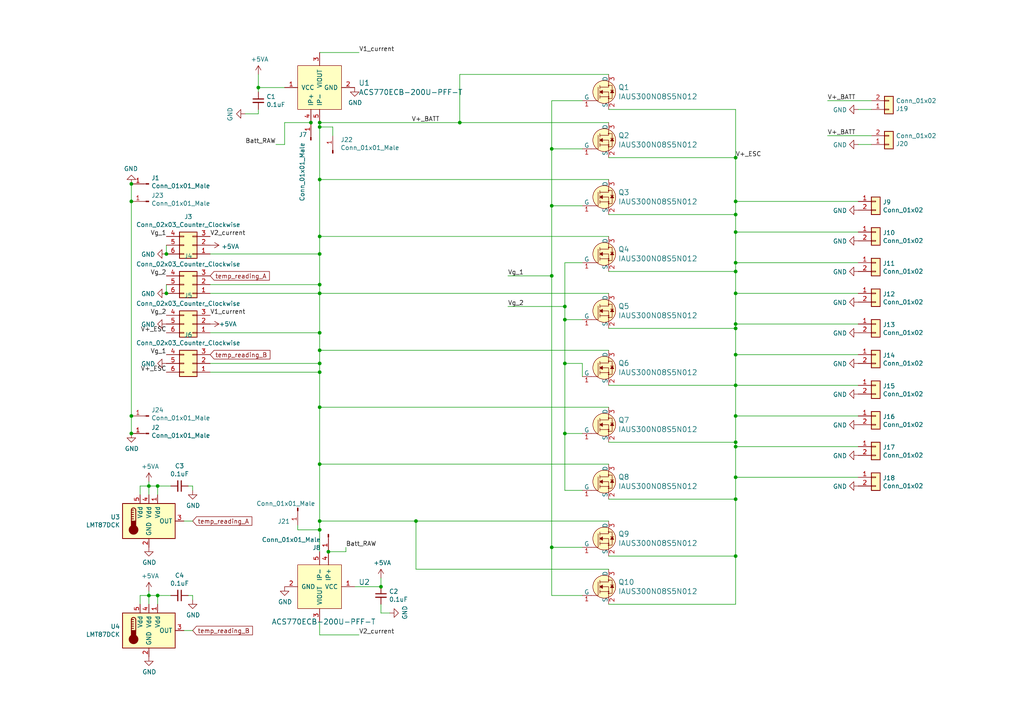
<source format=kicad_sch>
(kicad_sch (version 20231120) (generator "eeschema") (generator_version "8.0")
  (paper "A4")
  (title_block (title "PDB") (date "2021-10-24") (rev "1.1") (company "NCSU - AERPAW") (comment 1 "Author: Mark Funderburk"))
  (lib_symbols
    (symbol "Connector_Generic:Conn_01x02" (pin_names (offset 1.016) hide)
      (property "Reference" "J" (at 0 2.54 0))
      (property "Value" "Conn_01x02" (at 0 -5.08 0))
      (symbol "Conn_01x02_1_1"
        (rectangle (start -1.27 -2.413) (end 0 -2.667) (stroke (width 0.1524)))
        (rectangle (start -1.27 0.127) (end 0 -0.127) (stroke (width 0.1524)))
        (rectangle (start -1.27 1.27) (end 1.27 -3.81) (stroke (width 0.254)) (fill (type background)))
        (pin passive line (at -5.08 0 0) (length 3.81) (name "Pin_1") (number "1"))
        (pin passive line (at -5.08 -2.54 0) (length 3.81) (name "Pin_2") (number "2"))
      )
    )
    (symbol "Connector_Generic:Conn_02x03_Counter_Clockwise" (pin_names (offset 1.016) hide)
      (property "Reference" "J" (at 1.27 5.08 0))
      (property "Value" "Conn_02x03_Counter_Clockwise" (at 1.27 -5.08 0))
      (symbol "Conn_02x03_Counter_Clockwise_1_1"
        (rectangle (start -1.27 -2.413) (end 0 -2.667) (stroke (width 0.1524)))
        (rectangle (start -1.27 0.127) (end 0 -0.127) (stroke (width 0.1524)))
        (rectangle (start -1.27 2.667) (end 0 2.413) (stroke (width 0.1524)))
        (rectangle (start -1.27 3.81) (end 3.81 -3.81) (stroke (width 0.254)) (fill (type background)))
        (rectangle (start 3.81 -2.413) (end 2.54 -2.667) (stroke (width 0.1524)))
        (rectangle (start 3.81 0.127) (end 2.54 -0.127) (stroke (width 0.1524)))
        (rectangle (start 3.81 2.667) (end 2.54 2.413) (stroke (width 0.1524)))
        (pin passive line (at -5.08 2.54 0) (length 3.81) (name "Pin_1") (number "1"))
        (pin passive line (at -5.08 0 0) (length 3.81) (name "Pin_2") (number "2"))
        (pin passive line (at -5.08 -2.54 0) (length 3.81) (name "Pin_3") (number "3"))
        (pin passive line (at 7.62 -2.54 180) (length 3.81) (name "Pin_4") (number "4"))
        (pin passive line (at 7.62 0 180) (length 3.81) (name "Pin_5") (number "5"))
        (pin passive line (at 7.62 2.54 180) (length 3.81) (name "Pin_6") (number "6"))
      )
    )
    (symbol "Device:C_Small" (pin_numbers hide) (pin_names (offset 0.254) hide)
      (property "Reference" "C" (at 0.254 1.778 0))
      (property "Value" "C_Small" (at 0.254 -2.032 0))
      (symbol "C_Small_0_1"
        (polyline (pts (xy -1.524 -0.508) (xy 1.524 -0.508)) (stroke (width 0.3302)))
        (polyline (pts (xy -1.524 0.508) (xy 1.524 0.508)) (stroke (width 0.3048)))
      )
      (symbol "C_Small_1_1"
        (pin passive line (at 0 2.54 270) (length 2.032) (name "~") (number "1"))
        (pin passive line (at 0 -2.54 90) (length 2.032) (name "~") (number "2"))
      )
    )
    (symbol "PDB-rescue:+5VA-power" (power) (pin_names (offset 0))
      (property "Value" "power_+5VA" (at 0 3.556 0))
      (symbol "+5VA-power_0_1"
        (polyline (pts (xy -0.762 1.27) (xy 0 2.54)))
        (polyline (pts (xy 0 0) (xy 0 2.54)))
        (polyline (pts (xy 0 2.54) (xy 0.762 1.27)))
      )
      (symbol "+5VA-power_1_1"
        (pin power_in line (at 0 0 90) (length 0) hide (name "+5VA") (number "1"))
      )
    )
    (symbol "PDB-rescue:ACS770ECB-200U-PFF-T-dk_Current-Sensors" (pin_names (offset 1.016))
      (property "Reference" "U" (at -6.35 7.62 0))
      (property "Value" "ACS770ECB-200U-PFF-T-dk_Current-Sensors" (at 1.27 -7.62 0))
      (symbol "ACS770ECB-200U-PFF-T-dk_Current-Sensors_1_1"
        (rectangle (start -6.35 6.35) (end 6.35 -6.35) (fill (type background)))
        (pin power_in line (at 0 10.16 270) (length 3.81) (name "VCC") (number "1"))
        (pin power_in line (at 0 -10.16 90) (length 3.81) (name "GND") (number "2"))
        (pin output line (at 10.16 0 180) (length 3.81) (name "VIOUT") (number "3"))
        (pin input line (at -10.16 2.54 0) (length 3.81) (name "IP+") (number "4"))
        (pin input line (at -10.16 0 0) (length 3.81) (name "IP-") (number "5"))
      )
    )
    (symbol "PDB-rescue:Conn_01x01_Male-Connector" (pin_names (offset 1.016) hide)
      (property "Reference" "J" (at 0 2.54 0))
      (property "Value" "Connector_Conn_01x01_Male" (at 0 -2.54 0))
      (symbol "Conn_01x01_Male-Connector_1_1"
        (polyline (pts (xy 1.27 0) (xy 0.8636 0)) (stroke (width 0.1524)))
        (rectangle (start 0.8636 0.127) (end 0 -0.127) (stroke (width 0.1524)) (fill (type outline)))
        (pin passive line (at 5.08 0 180) (length 3.81) (name "Pin_1") (number "1"))
      )
    )
    (symbol "PDB-rescue:GND-power" (power) (pin_names (offset 0))
      (property "Value" "power_GND" (at 0 -3.81 0))
      (symbol "GND-power_0_1"
        (polyline (pts (xy 0 0) (xy 0 -1.27) (xy 1.27 -1.27) (xy 0 -2.54) (xy -1.27 -1.27) (xy 0 -1.27)))
      )
      (symbol "GND-power_1_1"
        (pin power_in line (at 0 0 270) (length 0) hide (name "GND") (number "1"))
      )
    )
    (symbol "PDB-rescue:IAUS300N08S5N012-AERPAW" (pin_names (offset 0))
      (property "Reference" "Q" (at -2.6924 3.6322 0))
      (property "Value" "IAUS300N08S5N012-AERPAW" (at 3.4544 0 90))
      (symbol "IAUS300N08S5N012-AERPAW_0_1"
        (circle (center -1.27 0) (radius 3.302) (fill (type background)))
        (circle (center 0 -1.905) (radius 0.127))
        (circle (center 0 -1.397) (radius 0.127))
        (polyline (pts (xy 0 -1.397) (xy -2.54 -1.397)))
        (polyline (pts (xy -5.08 -2.54) (xy -3.048 -2.54) (xy -3.048 1.397)))
        (polyline (pts (xy 0 -2.54) (xy 0 0) (xy -2.54 0)))
        (polyline (pts (xy 0 2.54) (xy 0 1.397) (xy -2.54 1.397)))
        (polyline (pts (xy -0.127 -1.905) (xy 1.016 -1.905) (xy 1.016 1.397) (xy 1.016 1.905) (xy -0.127 1.905)))
        (circle (center 0 1.905) (radius 0.127))
      )
      (symbol "IAUS300N08S5N012-AERPAW_1_1"
        (polyline (pts (xy -2.54 -1.397) (xy -2.54 -1.905)))
        (polyline (pts (xy -2.54 -1.397) (xy -2.54 -0.889)))
        (polyline (pts (xy -2.54 0) (xy -2.54 -0.508)))
        (polyline (pts (xy -2.54 0) (xy -2.54 0.508)))
        (polyline (pts (xy -2.54 1.905) (xy -2.54 0.889)))
        (polyline (pts (xy 1.524 0.508) (xy 0.508 0.508)))
        (polyline (pts (xy -2.54 0) (xy -1.778 0.508) (xy -1.778 -0.508) (xy -2.54 0)) (fill (type outline)))
        (polyline (pts (xy 1.016 0.508) (xy 0.508 -0.254) (xy 1.524 -0.254) (xy 1.016 0.508)) (fill (type outline)))
        (pin bidirectional line (at -7.62 -2.54 0) (length 2.54) (name "G") (number "1"))
        (pin bidirectional line (at 0 -5.08 90) (length 2.54) (name "S") (number "2"))
        (pin bidirectional line (at 0 5.08 270) (length 2.54) (name "D") (number "3"))
      )
    )
    (symbol "PDB-rescue:LMT87DCK-Sensor_Temperature" (pin_names (offset 0.762))
      (property "Reference" "U" (at -6.35 6.35 0))
      (property "Value" "Sensor_Temperature_LMT87DCK" (at 5.08 6.35 0))
      (symbol "LMT87DCK-Sensor_Temperature_0_1"
        (rectangle (start -7.62 5.08) (end 7.62 -5.08) (stroke (width 0.254)) (fill (type background)))
        (circle (center -4.445 -2.54) (radius 1.27) (stroke (width 0.254)) (fill (type outline)))
        (rectangle (start -3.81 -1.905) (end -5.08 0) (stroke (width 0.254)) (fill (type outline)))
        (arc (start -3.81 3.175) (mid -4.445 3.81) (end -5.08 3.175) (stroke (width 0.254)))
        (polyline (pts (xy -5.08 0.635) (xy -4.445 0.635)) (stroke (width 0.254)))
        (polyline (pts (xy -5.08 1.27) (xy -4.445 1.27)) (stroke (width 0.254)))
        (polyline (pts (xy -5.08 1.905) (xy -4.445 1.905)) (stroke (width 0.254)))
        (polyline (pts (xy -5.08 2.54) (xy -4.445 2.54)) (stroke (width 0.254)))
        (polyline (pts (xy -5.08 3.175) (xy -5.08 0)) (stroke (width 0.254)))
        (polyline (pts (xy -5.08 3.175) (xy -4.445 3.175)) (stroke (width 0.254)))
        (polyline (pts (xy -3.81 3.175) (xy -3.81 0)) (stroke (width 0.254)))
      )
      (symbol "LMT87DCK-Sensor_Temperature_1_1"
        (pin power_in line (at 2.54 7.62 270) (length 2.54) (name "Vdd") (number "1"))
        (pin power_in line (at 0 -7.62 90) (length 2.54) (name "GND") (number "2"))
        (pin output line (at 10.16 0 180) (length 2.54) (name "OUT") (number "3"))
        (pin power_in line (at 0 7.62 270) (length 2.54) (name "Vdd") (number "4"))
        (pin power_in line (at -2.54 7.62 270) (length 2.54) (name "Vdd") (number "5"))
      )
    )
  )
  (junction (at 213.36 161.29))
  (junction (at 92.71 105.41))
  (junction (at 213.36 138.43))
  (junction (at 213.36 93.98))
  (junction (at 213.36 62.23))
  (junction (at 160.02 80.01))
  (junction (at 92.71 153.67))
  (junction (at 38.1 125.73))
  (junction (at 92.71 68.58))
  (junction (at 213.36 45.72))
  (junction (at 213.36 85.09))
  (junction (at 45.72 140.97))
  (junction (at 160.02 59.69))
  (junction (at 38.1 120.65))
  (junction (at 160.02 158.75))
  (junction (at 213.36 58.42))
  (junction (at 92.71 107.95))
  (junction (at 213.36 120.65))
  (junction (at 160.02 43.18))
  (junction (at 213.36 102.87))
  (junction (at 38.1 58.42))
  (junction (at 213.36 128.27))
  (junction (at 92.71 118.11))
  (junction (at 133.35 35.56))
  (junction (at 92.71 73.66))
  (junction (at 163.83 105.41))
  (junction (at 163.83 88.9))
  (junction (at 120.65 151.13))
  (junction (at 213.36 129.54))
  (junction (at 74.93 25.4))
  (junction (at 45.72 172.72))
  (junction (at 163.83 125.73))
  (junction (at 110.49 170.18))
  (junction (at 213.36 111.76))
  (junction (at 213.36 95.25))
  (junction (at 92.71 85.09))
  (junction (at 213.36 144.78))
  (junction (at 92.71 36.83))
  (junction (at 213.36 78.74))
  (junction (at 48.26 73.66))
  (junction (at 92.71 134.62))
  (junction (at 92.71 151.13))
  (junction (at 90.17 35.56))
  (junction (at 92.71 96.52))
  (junction (at 43.18 140.97))
  (junction (at 95.25 160.02))
  (junction (at 213.36 76.2))
  (junction (at 92.71 35.56))
  (junction (at 48.26 85.09))
  (junction (at 92.71 82.55))
  (junction (at 92.71 101.6))
  (junction (at 38.1 53.34))
  (junction (at 213.36 67.31))
  (junction (at 163.83 92.71))
  (junction (at 92.71 52.07))
  (junction (at 43.18 172.72))
  (wire (pts (xy 147.32 80.01) (xy 160.02 80.01)))
  (wire (pts (xy 92.71 184.15) (xy 104.14 184.15)))
  (wire (pts (xy 176.53 62.23) (xy 213.36 62.23)))
  (wire (pts (xy 176.53 85.09) (xy 92.71 85.09)))
  (wire (pts (xy 213.36 76.2) (xy 213.36 78.74)))
  (wire (pts (xy 248.92 93.98) (xy 213.36 93.98)))
  (wire (pts (xy 168.91 158.75) (xy 160.02 158.75)))
  (wire (pts (xy 163.83 105.41) (xy 163.83 92.71)))
  (wire (pts (xy 248.92 129.54) (xy 213.36 129.54)))
  (wire (pts (xy 168.91 29.21) (xy 160.02 29.21)))
  (wire (pts (xy 43.18 172.72) (xy 45.72 172.72)))
  (wire (pts (xy 213.36 85.09) (xy 213.36 93.98)))
  (wire (pts (xy 102.87 170.18) (xy 110.49 170.18)))
  (wire (pts (xy 163.83 76.2) (xy 163.83 88.9)))
  (wire (pts (xy 49.53 172.72) (xy 45.72 172.72)))
  (wire (pts (xy 48.26 71.12) (xy 48.26 73.66)))
  (wire (pts (xy 176.53 134.62) (xy 92.71 134.62)))
  (wire (pts (xy 100.33 160.02) (xy 100.33 158.75)))
  (wire (pts (xy 92.71 36.83) (xy 92.71 35.56)))
  (wire (pts (xy 110.49 177.8) (xy 110.49 175.26)))
  (wire (pts (xy 92.71 15.24) (xy 104.14 15.24)))
  (wire (pts (xy 110.49 167.64) (xy 110.49 170.18)))
  (wire (pts (xy 60.96 82.55) (xy 92.71 82.55)))
  (wire (pts (xy 40.64 140.97) (xy 43.18 140.97)))
  (wire (pts (xy 213.36 144.78) (xy 213.36 161.29)))
  (wire (pts (xy 45.72 172.72) (xy 45.72 175.26)))
  (wire (pts (xy 213.36 45.72) (xy 213.36 58.42)))
  (wire (pts (xy 53.34 182.88) (xy 55.88 182.88)))
  (wire (pts (xy 43.18 172.72) (xy 43.18 171.45)))
  (wire (pts (xy 40.64 143.51) (xy 40.64 140.97)))
  (wire (pts (xy 213.36 120.65) (xy 213.36 128.27)))
  (wire (pts (xy 92.71 101.6) (xy 92.71 105.41)))
  (wire (pts (xy 38.1 58.42) (xy 38.1 120.65)))
  (wire (pts (xy 163.83 92.71) (xy 168.91 92.71)))
  (wire (pts (xy 213.36 67.31) (xy 213.36 76.2)))
  (wire (pts (xy 176.53 111.76) (xy 213.36 111.76)))
  (wire (pts (xy 168.91 125.73) (xy 163.83 125.73)))
  (wire (pts (xy 92.71 151.13) (xy 92.71 134.62)))
  (wire (pts (xy 55.88 173.99) (xy 55.88 172.72)))
  (wire (pts (xy 38.1 53.34) (xy 38.1 58.42)))
  (wire (pts (xy 176.53 161.29) (xy 213.36 161.29)))
  (wire (pts (xy 80.01 41.91) (xy 82.55 41.91)))
  (wire (pts (xy 248.92 76.2) (xy 213.36 76.2)))
  (wire (pts (xy 92.71 96.52) (xy 92.71 101.6)))
  (wire (pts (xy 48.26 82.55) (xy 48.26 85.09)))
  (wire (pts (xy 92.71 52.07) (xy 92.71 36.83)))
  (wire (pts (xy 96.52 36.83) (xy 92.71 36.83)))
  (wire (pts (xy 248.92 85.09) (xy 213.36 85.09)))
  (wire (pts (xy 92.71 160.02) (xy 92.71 153.67)))
  (wire (pts (xy 92.71 68.58) (xy 92.71 73.66)))
  (wire (pts (xy 160.02 59.69) (xy 160.02 43.18)))
  (wire (pts (xy 60.96 96.52) (xy 92.71 96.52)))
  (wire (pts (xy 176.53 68.58) (xy 92.71 68.58)))
  (wire (pts (xy 95.25 160.02) (xy 100.33 160.02)))
  (wire (pts (xy 38.1 120.65) (xy 38.1 125.73)))
  (wire (pts (xy 176.53 151.13) (xy 120.65 151.13)))
  (wire (pts (xy 213.36 129.54) (xy 213.36 138.43)))
  (wire (pts (xy 213.36 58.42) (xy 213.36 62.23)))
  (wire (pts (xy 160.02 172.72) (xy 160.02 158.75)))
  (wire (pts (xy 55.88 140.97) (xy 54.61 140.97)))
  (wire (pts (xy 163.83 105.41) (xy 168.91 105.41)))
  (wire (pts (xy 176.53 175.26) (xy 213.36 175.26)))
  (wire (pts (xy 43.18 140.97) (xy 45.72 140.97)))
  (wire (pts (xy 248.92 111.76) (xy 213.36 111.76)))
  (wire (pts (xy 60.96 107.95) (xy 92.71 107.95)))
  (wire (pts (xy 60.96 73.66) (xy 92.71 73.66)))
  (wire (pts (xy 92.71 85.09) (xy 92.71 96.52)))
  (wire (pts (xy 92.71 118.11) (xy 92.71 107.95)))
  (wire (pts (xy 213.36 102.87) (xy 213.36 111.76)))
  (wire (pts (xy 213.36 78.74) (xy 213.36 85.09)))
  (wire (pts (xy 163.83 76.2) (xy 168.91 76.2)))
  (wire (pts (xy 55.88 142.24) (xy 55.88 140.97)))
  (wire (pts (xy 86.36 152.4) (xy 86.36 153.67)))
  (wire (pts (xy 176.53 118.11) (xy 92.71 118.11)))
  (wire (pts (xy 92.71 151.13) (xy 120.65 151.13)))
  (wire (pts (xy 45.72 140.97) (xy 45.72 143.51)))
  (wire (pts (xy 176.53 128.27) (xy 213.36 128.27)))
  (wire (pts (xy 133.35 35.56) (xy 92.71 35.56)))
  (wire (pts (xy 160.02 59.69) (xy 160.02 80.01)))
  (wire (pts (xy 82.55 41.91) (xy 82.55 35.56)))
  (wire (pts (xy 213.36 31.75) (xy 176.53 31.75)))
  (wire (pts (xy 71.12 33.02) (xy 74.93 33.02)))
  (wire (pts (xy 248.92 67.31) (xy 213.36 67.31)))
  (wire (pts (xy 248.92 120.65) (xy 213.36 120.65)))
  (wire (pts (xy 74.93 25.4) (xy 74.93 26.67)))
  (wire (pts (xy 92.71 134.62) (xy 92.71 118.11)))
  (wire (pts (xy 248.92 31.75) (xy 252.73 31.75)))
  (wire (pts (xy 213.36 138.43) (xy 213.36 144.78)))
  (wire (pts (xy 55.88 172.72) (xy 54.61 172.72)))
  (wire (pts (xy 160.02 80.01) (xy 160.02 158.75)))
  (wire (pts (xy 163.83 125.73) (xy 163.83 142.24)))
  (wire (pts (xy 86.36 153.67) (xy 92.71 153.67)))
  (wire (pts (xy 176.53 21.59) (xy 133.35 21.59)))
  (wire (pts (xy 160.02 29.21) (xy 160.02 43.18)))
  (wire (pts (xy 176.53 52.07) (xy 92.71 52.07)))
  (wire (pts (xy 60.96 105.41) (xy 92.71 105.41)))
  (wire (pts (xy 113.03 177.8) (xy 110.49 177.8)))
  (wire (pts (xy 60.96 85.09) (xy 92.71 85.09)))
  (wire (pts (xy 49.53 140.97) (xy 45.72 140.97)))
  (wire (pts (xy 213.36 175.26) (xy 213.36 161.29)))
  (wire (pts (xy 92.71 73.66) (xy 92.71 82.55)))
  (wire (pts (xy 147.32 88.9) (xy 163.83 88.9)))
  (wire (pts (xy 168.91 105.41) (xy 168.91 109.22)))
  (wire (pts (xy 168.91 59.69) (xy 160.02 59.69)))
  (wire (pts (xy 82.55 35.56) (xy 90.17 35.56)))
  (wire (pts (xy 92.71 180.34) (xy 92.71 184.15)))
  (wire (pts (xy 168.91 172.72) (xy 160.02 172.72)))
  (wire (pts (xy 92.71 105.41) (xy 92.71 107.95)))
  (wire (pts (xy 43.18 175.26) (xy 43.18 172.72)))
  (wire (pts (xy 176.53 165.1) (xy 120.65 165.1)))
  (wire (pts (xy 248.92 138.43) (xy 213.36 138.43)))
  (wire (pts (xy 163.83 142.24) (xy 168.91 142.24)))
  (wire (pts (xy 92.71 68.58) (xy 92.71 52.07)))
  (wire (pts (xy 53.34 151.13) (xy 55.88 151.13)))
  (wire (pts (xy 176.53 35.56) (xy 133.35 35.56)))
  (wire (pts (xy 176.53 101.6) (xy 92.71 101.6)))
  (wire (pts (xy 248.92 58.42) (xy 213.36 58.42)))
  (wire (pts (xy 120.65 165.1) (xy 120.65 151.13)))
  (wire (pts (xy 213.36 62.23) (xy 213.36 67.31)))
  (wire (pts (xy 240.03 29.21) (xy 252.73 29.21)))
  (wire (pts (xy 213.36 45.72) (xy 213.36 31.75)))
  (wire (pts (xy 213.36 128.27) (xy 213.36 129.54)))
  (wire (pts (xy 163.83 88.9) (xy 163.83 92.71)))
  (wire (pts (xy 82.55 25.4) (xy 74.93 25.4)))
  (wire (pts (xy 43.18 143.51) (xy 43.18 140.97)))
  (wire (pts (xy 133.35 21.59) (xy 133.35 35.56)))
  (wire (pts (xy 40.64 172.72) (xy 43.18 172.72)))
  (wire (pts (xy 92.71 153.67) (xy 92.71 151.13)))
  (wire (pts (xy 176.53 45.72) (xy 213.36 45.72)))
  (wire (pts (xy 74.93 33.02) (xy 74.93 31.75)))
  (wire (pts (xy 163.83 125.73) (xy 163.83 105.41)))
  (wire (pts (xy 213.36 111.76) (xy 213.36 120.65)))
  (wire (pts (xy 40.64 175.26) (xy 40.64 172.72)))
  (wire (pts (xy 74.93 21.59) (xy 74.93 25.4)))
  (wire (pts (xy 176.53 144.78) (xy 213.36 144.78)))
  (wire (pts (xy 176.53 78.74) (xy 213.36 78.74)))
  (wire (pts (xy 176.53 95.25) (xy 213.36 95.25)))
  (wire (pts (xy 248.92 41.91) (xy 252.73 41.91)))
  (wire (pts (xy 96.52 39.37) (xy 96.52 36.83)))
  (wire (pts (xy 43.18 140.97) (xy 43.18 139.7)))
  (wire (pts (xy 92.71 82.55) (xy 92.71 85.09)))
  (wire (pts (xy 213.36 95.25) (xy 213.36 102.87)))
  (wire (pts (xy 213.36 93.98) (xy 213.36 95.25)))
  (wire (pts (xy 240.03 39.37) (xy 252.73 39.37)))
  (wire (pts (xy 168.91 43.18) (xy 160.02 43.18)))
  (wire (pts (xy 248.92 102.87) (xy 213.36 102.87)))
  (label "Vg_1" (at 147.32 80.01 0))
  (label "Vg_1" (at 48.26 68.58 180))
  (label "V+_BATT" (at 240.03 39.37 0))
  (label "Vg_2" (at 147.32 88.9 0))
  (label "Vg_1" (at 48.26 102.87 180))
  (label "Batt_RAW" (at 100.33 158.75 0))
  (label "V+_ESC" (at 48.26 96.52 180))
  (label "V+_BATT" (at 240.03 29.21 0))
  (label "V+_ESC" (at 48.26 107.95 180))
  (label "V1_current" (at 60.96 91.44 0))
  (label "Batt_RAW" (at 80.01 41.91 180))
  (label "V2_current" (at 104.14 184.15 0))
  (label "V2_current" (at 60.96 68.58 0))
  (label "V+_ESC" (at 213.36 45.72 0))
  (label "Vg_2" (at 48.26 91.44 180))
  (label "V1_current" (at 104.14 15.24 0))
  (label "Vg_2" (at 48.26 80.01 180))
  (label "V+_BATT" (at 119.38 35.56 0))
  (global_label "temp_reading_B" (shape input) (at 60.96 102.87 0) (property "Intersheetrefs" "${INTERSHEET_REFS}" (effects (hide yes))))
  (global_label "temp_reading_A" (shape input) (at 55.88 151.13 0) (property "Intersheetrefs" "${INTERSHEET_REFS}" (effects (hide yes))))
  (global_label "temp_reading_A" (shape input) (at 60.96 80.01 0) (property "Intersheetrefs" "${INTERSHEET_REFS}" (effects (hide yes))))
  (global_label "temp_reading_B" (shape input) (at 55.88 182.88 0) (property "Intersheetrefs" "${INTERSHEET_REFS}" (effects (hide yes))))
  (symbol (lib_id "PDB-rescue:IAUS300N08S5N012-AERPAW") (at 176.53 73.66 0) (unit 1)
    (property "Reference" "Q4" (at 179.2732 72.3138 0) (effects (font (size 1.524 1.524)) (justify left)))
    (property "Value" "IAUS300N08S5N012" (at 179.2732 75.0062 0) (effects (font (size 1.524 1.524)) (justify left)))
    (property "Footprint" "Package_TO_SOT_SMD:Infineon_PG-HSOF-8-1" (effects (hide yes)))
    (property "Description" "IAUS300N08S5N012ATMA1CT-ND" (effects (hide yes)))
    (property "MPN" "IAUS300N08S5N012ATMA1" (effects (hide yes)))
    (property "Category" "Discrete Semiconductor Products" (effects (hide yes)))
    (property "Family" "Transistors - FETs, MOSFETs - Single" (effects (hide yes)))
    (property "DK_Datasheet_Link" "https://www.infineon.com/dgdl/Infineon-IAUS300N08S5N012-DS-v01_00-EN.pdf?fileId=5546d462636cc8fb01644081e6ac6348" (effects (hide yes)))
    (property "DK_Detail_Page" "https://www.digikey.com/product-detail/en/infineon-technologies/IAUS300N08S5N012ATMA1/IAUS300N08S5N012ATMA1CT-ND/9816189" (effects (hide yes)))
    (property "Description" "MOSFET N-CH 80V 300A PG-HSOG-8-1" (effects (hide yes)))
    (property "Manufacturer" "Infineon Technologies" (effects (hide yes)))
    (property "Status" "Active" (effects (hide yes)))
  )
  (symbol (lib_id "PDB-rescue:IAUS300N08S5N012-AERPAW") (at 176.53 90.17 0) (unit 1)
    (property "Reference" "Q5" (at 179.2732 88.8238 0) (effects (font (size 1.524 1.524)) (justify left)))
    (property "Value" "IAUS300N08S5N012" (at 179.2732 91.5162 0) (effects (font (size 1.524 1.524)) (justify left)))
    (property "Footprint" "Package_TO_SOT_SMD:Infineon_PG-HSOF-8-1" (effects (hide yes)))
    (property "Description" "IAUS300N08S5N012ATMA1CT-ND" (effects (hide yes)))
    (property "MPN" "IAUS300N08S5N012ATMA1" (effects (hide yes)))
    (property "Category" "Discrete Semiconductor Products" (effects (hide yes)))
    (property "Family" "Transistors - FETs, MOSFETs - Single" (effects (hide yes)))
    (property "DK_Datasheet_Link" "https://www.infineon.com/dgdl/Infineon-IAUS300N08S5N012-DS-v01_00-EN.pdf?fileId=5546d462636cc8fb01644081e6ac6348" (effects (hide yes)))
    (property "DK_Detail_Page" "https://www.digikey.com/product-detail/en/infineon-technologies/IAUS300N08S5N012ATMA1/IAUS300N08S5N012ATMA1CT-ND/9816189" (effects (hide yes)))
    (property "Description" "MOSFET N-CH 80V 300A PG-HSOG-8-1" (effects (hide yes)))
    (property "Manufacturer" "Infineon Technologies" (effects (hide yes)))
    (property "Status" "Active" (effects (hide yes)))
  )
  (symbol (lib_id "PDB-rescue:IAUS300N08S5N012-AERPAW") (at 176.53 106.68 0) (unit 1)
    (property "Reference" "Q6" (at 179.2732 105.3338 0) (effects (font (size 1.524 1.524)) (justify left)))
    (property "Value" "IAUS300N08S5N012" (at 179.2732 108.0262 0) (effects (font (size 1.524 1.524)) (justify left)))
    (property "Footprint" "Package_TO_SOT_SMD:Infineon_PG-HSOF-8-1" (effects (hide yes)))
    (property "Description" "IAUS300N08S5N012ATMA1CT-ND" (effects (hide yes)))
    (property "MPN" "IAUS300N08S5N012ATMA1" (effects (hide yes)))
    (property "Category" "Discrete Semiconductor Products" (effects (hide yes)))
    (property "Family" "Transistors - FETs, MOSFETs - Single" (effects (hide yes)))
    (property "DK_Datasheet_Link" "https://www.infineon.com/dgdl/Infineon-IAUS300N08S5N012-DS-v01_00-EN.pdf?fileId=5546d462636cc8fb01644081e6ac6348" (effects (hide yes)))
    (property "DK_Detail_Page" "https://www.digikey.com/product-detail/en/infineon-technologies/IAUS300N08S5N012ATMA1/IAUS300N08S5N012ATMA1CT-ND/9816189" (effects (hide yes)))
    (property "Description" "MOSFET N-CH 80V 300A PG-HSOG-8-1" (effects (hide yes)))
    (property "Manufacturer" "Infineon Technologies" (effects (hide yes)))
    (property "Status" "Active" (effects (hide yes)))
  )
  (symbol (lib_id "PDB-rescue:IAUS300N08S5N012-AERPAW") (at 176.53 123.19 0) (unit 1)
    (property "Reference" "Q7" (at 179.2732 121.8438 0) (effects (font (size 1.524 1.524)) (justify left)))
    (property "Value" "IAUS300N08S5N012" (at 179.2732 124.5362 0) (effects (font (size 1.524 1.524)) (justify left)))
    (property "Footprint" "Package_TO_SOT_SMD:Infineon_PG-HSOF-8-1" (effects (hide yes)))
    (property "Description" "IAUS300N08S5N012ATMA1CT-ND" (effects (hide yes)))
    (property "MPN" "IAUS300N08S5N012ATMA1" (effects (hide yes)))
    (property "Category" "Discrete Semiconductor Products" (effects (hide yes)))
    (property "Family" "Transistors - FETs, MOSFETs - Single" (effects (hide yes)))
    (property "DK_Datasheet_Link" "https://www.infineon.com/dgdl/Infineon-IAUS300N08S5N012-DS-v01_00-EN.pdf?fileId=5546d462636cc8fb01644081e6ac6348" (effects (hide yes)))
    (property "DK_Detail_Page" "https://www.digikey.com/product-detail/en/infineon-technologies/IAUS300N08S5N012ATMA1/IAUS300N08S5N012ATMA1CT-ND/9816189" (effects (hide yes)))
    (property "Description" "MOSFET N-CH 80V 300A PG-HSOG-8-1" (effects (hide yes)))
    (property "Manufacturer" "Infineon Technologies" (effects (hide yes)))
    (property "Status" "Active" (effects (hide yes)))
  )
  (symbol (lib_id "PDB-rescue:IAUS300N08S5N012-AERPAW") (at 176.53 139.7 0) (unit 1)
    (property "Reference" "Q8" (at 179.2732 138.3538 0) (effects (font (size 1.524 1.524)) (justify left)))
    (property "Value" "IAUS300N08S5N012" (at 179.2732 141.0462 0) (effects (font (size 1.524 1.524)) (justify left)))
    (property "Footprint" "Package_TO_SOT_SMD:Infineon_PG-HSOF-8-1" (effects (hide yes)))
    (property "Description" "IAUS300N08S5N012ATMA1CT-ND" (effects (hide yes)))
    (property "MPN" "IAUS300N08S5N012ATMA1" (effects (hide yes)))
    (property "Category" "Discrete Semiconductor Products" (effects (hide yes)))
    (property "Family" "Transistors - FETs, MOSFETs - Single" (effects (hide yes)))
    (property "DK_Datasheet_Link" "https://www.infineon.com/dgdl/Infineon-IAUS300N08S5N012-DS-v01_00-EN.pdf?fileId=5546d462636cc8fb01644081e6ac6348" (effects (hide yes)))
    (property "DK_Detail_Page" "https://www.digikey.com/product-detail/en/infineon-technologies/IAUS300N08S5N012ATMA1/IAUS300N08S5N012ATMA1CT-ND/9816189" (effects (hide yes)))
    (property "Description" "MOSFET N-CH 80V 300A PG-HSOG-8-1" (effects (hide yes)))
    (property "Manufacturer" "Infineon Technologies" (effects (hide yes)))
    (property "Status" "Active" (effects (hide yes)))
  )
  (symbol (lib_id "PDB-rescue:IAUS300N08S5N012-AERPAW") (at 176.53 156.21 0) (unit 1)
    (property "Reference" "Q9" (at 179.2732 154.8638 0) (effects (font (size 1.524 1.524)) (justify left)))
    (property "Value" "IAUS300N08S5N012" (at 179.2732 157.5562 0) (effects (font (size 1.524 1.524)) (justify left)))
    (property "Footprint" "Package_TO_SOT_SMD:Infineon_PG-HSOF-8-1" (effects (hide yes)))
    (property "Description" "IAUS300N08S5N012ATMA1CT-ND" (effects (hide yes)))
    (property "MPN" "IAUS300N08S5N012ATMA1" (effects (hide yes)))
    (property "Category" "Discrete Semiconductor Products" (effects (hide yes)))
    (property "Family" "Transistors - FETs, MOSFETs - Single" (effects (hide yes)))
    (property "DK_Datasheet_Link" "https://www.infineon.com/dgdl/Infineon-IAUS300N08S5N012-DS-v01_00-EN.pdf?fileId=5546d462636cc8fb01644081e6ac6348" (effects (hide yes)))
    (property "DK_Detail_Page" "https://www.digikey.com/product-detail/en/infineon-technologies/IAUS300N08S5N012ATMA1/IAUS300N08S5N012ATMA1CT-ND/9816189" (effects (hide yes)))
    (property "Description" "MOSFET N-CH 80V 300A PG-HSOG-8-1" (effects (hide yes)))
    (property "Manufacturer" "Infineon Technologies" (effects (hide yes)))
    (property "Status" "Active" (effects (hide yes)))
  )
  (symbol (lib_id "PDB-rescue:IAUS300N08S5N012-AERPAW") (at 176.53 57.15 0) (unit 1)
    (property "Reference" "Q3" (at 179.2732 55.8038 0) (effects (font (size 1.524 1.524)) (justify left)))
    (property "Value" "IAUS300N08S5N012" (at 179.2732 58.4962 0) (effects (font (size 1.524 1.524)) (justify left)))
    (property "Footprint" "Package_TO_SOT_SMD:Infineon_PG-HSOF-8-1" (effects (hide yes)))
    (property "Description" "IAUS300N08S5N012ATMA1CT-ND" (effects (hide yes)))
    (property "MPN" "IAUS300N08S5N012ATMA1" (effects (hide yes)))
    (property "Category" "Discrete Semiconductor Products" (effects (hide yes)))
    (property "Family" "Transistors - FETs, MOSFETs - Single" (effects (hide yes)))
    (property "DK_Datasheet_Link" "https://www.infineon.com/dgdl/Infineon-IAUS300N08S5N012-DS-v01_00-EN.pdf?fileId=5546d462636cc8fb01644081e6ac6348" (effects (hide yes)))
    (property "DK_Detail_Page" "https://www.digikey.com/product-detail/en/infineon-technologies/IAUS300N08S5N012ATMA1/IAUS300N08S5N012ATMA1CT-ND/9816189" (effects (hide yes)))
    (property "Description" "MOSFET N-CH 80V 300A PG-HSOG-8-1" (effects (hide yes)))
    (property "Manufacturer" "Infineon Technologies" (effects (hide yes)))
    (property "Status" "Active" (effects (hide yes)))
  )
  (symbol (lib_id "PDB-rescue:IAUS300N08S5N012-AERPAW") (at 176.53 40.64 0) (unit 1)
    (property "Reference" "Q2" (at 179.2732 39.2938 0) (effects (font (size 1.524 1.524)) (justify left)))
    (property "Value" "IAUS300N08S5N012" (at 179.2732 41.9862 0) (effects (font (size 1.524 1.524)) (justify left)))
    (property "Footprint" "Package_TO_SOT_SMD:Infineon_PG-HSOF-8-1" (effects (hide yes)))
    (property "Description" "IAUS300N08S5N012ATMA1CT-ND" (effects (hide yes)))
    (property "MPN" "IAUS300N08S5N012ATMA1" (effects (hide yes)))
    (property "Category" "Discrete Semiconductor Products" (effects (hide yes)))
    (property "Family" "Transistors - FETs, MOSFETs - Single" (effects (hide yes)))
    (property "DK_Datasheet_Link" "https://www.infineon.com/dgdl/Infineon-IAUS300N08S5N012-DS-v01_00-EN.pdf?fileId=5546d462636cc8fb01644081e6ac6348" (effects (hide yes)))
    (property "DK_Detail_Page" "https://www.digikey.com/product-detail/en/infineon-technologies/IAUS300N08S5N012ATMA1/IAUS300N08S5N012ATMA1CT-ND/9816189" (effects (hide yes)))
    (property "Description" "MOSFET N-CH 80V 300A PG-HSOG-8-1" (effects (hide yes)))
    (property "Manufacturer" "Infineon Technologies" (effects (hide yes)))
    (property "Status" "Active" (effects (hide yes)))
  )
  (symbol (lib_id "PDB-rescue:Conn_01x01_Male-Connector") (at 95.25 154.94 270) (unit 1)
    (property "Reference" "J8" (at 93.0148 158.8516 90) (effects (justify right)))
    (property "Value" "Conn_01x01_Male" (at 93.0148 156.5402 90) (effects (justify right)))
    (property "Footprint" "Connector_Pin:Pin_D1.3mm_L11.3mm_W2.8mm_Flat" (effects (hide yes)))
  )
  (symbol (lib_id "PDB-rescue:ACS770ECB-200U-PFF-T-dk_Current-Sensors") (at 92.71 170.18 270) (unit 1)
    (property "Reference" "U2" (at 103.9876 168.8338 90) (effects (font (size 1.524 1.524)) (justify left)))
    (property "Value" "ACS770ECB-200U-PFF-T" (at 78.74 180.34 90) (effects (font (size 1.524 1.524)) (justify left)))
    (property "Footprint" "PDB:CB-5_Formed_Leads" (effects (hide yes)))
    (property "Datasheet" "https://www.allegromicro.com/~/media/Files/Datasheets/ACS770-Datasheet.pdf" (effects (hide yes)))
    (property "Description" "620-1537-5-ND" (effects (hide yes)))
    (property "MPN" "ACS770ECB-200U-PFF-T" (effects (hide yes)))
    (property "Category" "Sensors, Transducers" (effects (hide yes)))
    (property "Family" "Current Sensors" (effects (hide yes)))
    (property "DK_Datasheet_Link" "https://www.allegromicro.com/~/media/Files/Datasheets/ACS770-Datasheet.pdf" (effects (hide yes)))
    (property "DK_Detail_Page" "/product-detail/en/allegro-microsystems-llc/ACS770ECB-200U-PFF-T/620-1537-5-ND/4473976" (effects (hide yes)))
    (property "Description" "SENSOR CURRENT HALL 200A DC" (effects (hide yes)))
    (property "Manufacturer" "Allegro MicroSystems, LLC" (effects (hide yes)))
    (property "Status" "Active" (effects (hide yes)))
  )
  (symbol (lib_id "PDB-rescue:ACS770ECB-200U-PFF-T-dk_Current-Sensors") (at 92.71 25.4 90) (unit 1)
    (property "Reference" "U1" (at 103.9876 24.0538 90) (effects (font (size 1.524 1.524)) (justify right)))
    (property "Value" "ACS770ECB-200U-PFF-T" (at 103.9876 26.7462 90) (effects (font (size 1.524 1.524)) (justify right)))
    (property "Footprint" "PDB:CB-5_Formed_Leads" (effects (hide yes)))
    (property "Datasheet" "https://www.allegromicro.com/~/media/Files/Datasheets/ACS770-Datasheet.pdf" (effects (hide yes)))
    (property "Description" "620-1537-5-ND" (effects (hide yes)))
    (property "MPN" "ACS770ECB-200U-PFF-T" (effects (hide yes)))
    (property "Category" "Sensors, Transducers" (effects (hide yes)))
    (property "Family" "Current Sensors" (effects (hide yes)))
    (property "DK_Datasheet_Link" "https://www.allegromicro.com/~/media/Files/Datasheets/ACS770-Datasheet.pdf" (effects (hide yes)))
    (property "DK_Detail_Page" "/product-detail/en/allegro-microsystems-llc/ACS770ECB-200U-PFF-T/620-1537-5-ND/4473976" (effects (hide yes)))
    (property "Description" "SENSOR CURRENT HALL 200A DC" (effects (hide yes)))
    (property "Manufacturer" "Allegro MicroSystems, LLC" (effects (hide yes)))
    (property "Status" "Active" (effects (hide yes)))
  )
  (symbol (lib_id "PDB-rescue:Conn_01x01_Male-Connector") (at 90.17 40.64 90) (unit 1)
    (property "Reference" "J7" (at 89.0524 39.0652 90) (effects (justify left)))
    (property "Value" "Conn_01x01_Male" (at 87.63 58.42 0) (effects (justify left)))
    (property "Footprint" "Connector_Pin:Pin_D1.3mm_L11.3mm_W2.8mm_Flat" (effects (hide yes)))
  )
  (symbol (lib_id "PDB-rescue:GND-power") (at 102.87 25.4 0) (unit 1)
    (property "Reference" "#PWR0101" (effects (hide yes)))
    (property "Value" "GND" (at 102.997 29.7942 0))
  )
  (symbol (lib_id "PDB-rescue:GND-power") (at 82.55 170.18 0) (unit 1)
    (property "Reference" "#PWR0102" (effects (hide yes)))
    (property "Value" "GND" (at 82.677 174.5742 0))
  )
  (symbol (lib_id "PDB-rescue:+5VA-power") (at 74.93 21.59 0) (unit 1)
    (property "Reference" "#PWR0103" (effects (hide yes)))
    (property "Value" "+5VA" (at 75.311 17.1958 0))
  )
  (symbol (lib_id "PDB-rescue:+5VA-power") (at 110.49 167.64 0) (unit 1)
    (property "Reference" "#PWR0104" (effects (hide yes)))
    (property "Value" "+5VA" (at 110.871 163.2458 0))
  )
  (symbol (lib_id "Connector_Generic:Conn_02x03_Counter_Clockwise") (at 55.88 71.12 180) (unit 1)
    (property "Reference" "J3" (at 54.61 62.865 0))
    (property "Value" "Conn_02x03_Counter_Clockwise" (at 54.61 65.1764 0))
    (property "Footprint" "Connector_PinHeader_2.54mm:PinHeader_2x03_P2.54mm_Vertical" (effects (hide yes)))
  )
  (symbol (lib_id "PDB-rescue:GND-power") (at 48.26 73.66 270) (unit 1)
    (property "Reference" "#PWR0105" (effects (hide yes)))
    (property "Value" "GND" (at 45.0088 73.787 90) (effects (justify right)))
  )
  (symbol (lib_id "PDB-rescue:+5VA-power") (at 60.96 71.12 270) (unit 1)
    (property "Reference" "#PWR0107" (effects (hide yes)))
    (property "Value" "+5VA" (at 64.2112 71.501 90) (effects (justify left)))
  )
  (symbol (lib_id "PDB-rescue:Conn_01x01_Male-Connector") (at 43.18 125.73 180) (unit 1)
    (property "Reference" "J2" (at 43.8912 124.0028 0) (effects (justify right)))
    (property "Value" "Conn_01x01_Male" (at 43.8912 126.3142 0) (effects (justify right)))
    (property "Footprint" "Connector_Pin:Pin_D1.3mm_L11.3mm_W2.8mm_Flat" (effects (hide yes)))
  )
  (symbol (lib_id "PDB-rescue:Conn_01x01_Male-Connector") (at 43.18 53.34 180) (unit 1)
    (property "Reference" "J1" (at 43.8912 51.6128 0) (effects (justify right)))
    (property "Value" "Conn_01x01_Male" (at 43.8912 53.9242 0) (effects (justify right)))
    (property "Footprint" "Connector_Pin:Pin_D1.3mm_L11.3mm_W2.8mm_Flat" (effects (hide yes)))
  )
  (symbol (lib_id "Connector_Generic:Conn_02x03_Counter_Clockwise") (at 55.88 82.55 180) (unit 1)
    (property "Reference" "J4" (at 54.61 74.295 0))
    (property "Value" "Conn_02x03_Counter_Clockwise" (at 54.61 76.6064 0))
    (property "Footprint" "Connector_PinHeader_2.54mm:PinHeader_2x03_P2.54mm_Vertical" (effects (hide yes)))
  )
  (symbol (lib_id "Connector_Generic:Conn_02x03_Counter_Clockwise") (at 55.88 93.98 180) (unit 1)
    (property "Reference" "J5" (at 54.61 85.725 0))
    (property "Value" "Conn_02x03_Counter_Clockwise" (at 54.61 88.0364 0))
    (property "Footprint" "Connector_PinHeader_2.54mm:PinHeader_2x03_P2.54mm_Vertical" (effects (hide yes)))
  )
  (symbol (lib_id "Connector_Generic:Conn_02x03_Counter_Clockwise") (at 55.88 105.41 180) (unit 1)
    (property "Reference" "J6" (at 54.61 97.155 0))
    (property "Value" "Conn_02x03_Counter_Clockwise" (at 54.61 99.4664 0))
    (property "Footprint" "Connector_PinHeader_2.54mm:PinHeader_2x03_P2.54mm_Vertical" (effects (hide yes)))
  )
  (symbol (lib_id "PDB-rescue:GND-power") (at 48.26 85.09 270) (unit 1)
    (property "Reference" "#PWR0109" (effects (hide yes)))
    (property "Value" "GND" (at 45.0088 85.217 90) (effects (justify right)))
  )
  (symbol (lib_id "PDB-rescue:GND-power") (at 48.26 93.98 270) (unit 1)
    (property "Reference" "#PWR0111" (effects (hide yes)))
    (property "Value" "GND" (at 45.0088 94.107 90) (effects (justify right)))
  )
  (symbol (lib_id "PDB-rescue:GND-power") (at 48.26 105.41 270) (unit 1)
    (property "Reference" "#PWR0112" (effects (hide yes)))
    (property "Value" "GND" (at 45.0088 105.537 90) (effects (justify right)))
  )
  (symbol (lib_id "PDB-rescue:+5VA-power") (at 60.96 93.98 270) (unit 1)
    (property "Reference" "#PWR0115" (effects (hide yes)))
    (property "Value" "+5VA" (at 63.5 93.98 90) (effects (justify left)))
  )
  (symbol (lib_id "PDB-rescue:GND-power") (at 38.1 125.73 0) (unit 1)
    (property "Reference" "#PWR02" (effects (hide yes)))
    (property "Value" "GND" (at 38.227 130.1242 0))
  )
  (symbol (lib_id "PDB-rescue:GND-power") (at 38.1 53.34 180) (unit 1)
    (property "Reference" "#PWR01" (effects (hide yes)))
    (property "Value" "GND" (at 37.973 48.9458 0))
  )
  (symbol (lib_id "Connector_Generic:Conn_01x02") (at 254 58.42 0) (unit 1)
    (property "Reference" "J9" (at 256.032 58.6232 0) (effects (justify left)))
    (property "Value" "Conn_01x02" (at 256.032 60.9346 0) (effects (justify left)))
    (property "Footprint" "PDB:XT-60_horizontal" (effects (hide yes)))
  )
  (symbol (lib_id "Connector_Generic:Conn_01x02") (at 254 67.31 0) (unit 1)
    (property "Reference" "J10" (at 256.032 67.5132 0) (effects (justify left)))
    (property "Value" "Conn_01x02" (at 256.032 69.8246 0) (effects (justify left)))
    (property "Footprint" "PDB:XT-60_horizontal" (effects (hide yes)))
  )
  (symbol (lib_id "Connector_Generic:Conn_01x02") (at 254 76.2 0) (unit 1)
    (property "Reference" "J11" (at 256.032 76.4032 0) (effects (justify left)))
    (property "Value" "Conn_01x02" (at 256.032 78.7146 0) (effects (justify left)))
    (property "Footprint" "PDB:XT-60_horizontal" (effects (hide yes)))
  )
  (symbol (lib_id "Connector_Generic:Conn_01x02") (at 254 85.09 0) (unit 1)
    (property "Reference" "J12" (at 256.032 85.2932 0) (effects (justify left)))
    (property "Value" "Conn_01x02" (at 256.032 87.6046 0) (effects (justify left)))
    (property "Footprint" "PDB:XT-60_horizontal" (effects (hide yes)))
  )
  (symbol (lib_id "Connector_Generic:Conn_01x02") (at 254 93.98 0) (unit 1)
    (property "Reference" "J13" (at 256.032 94.1832 0) (effects (justify left)))
    (property "Value" "Conn_01x02" (at 256.032 96.4946 0) (effects (justify left)))
    (property "Footprint" "PDB:XT-60_horizontal" (effects (hide yes)))
  )
  (symbol (lib_id "Connector_Generic:Conn_01x02") (at 254 102.87 0) (unit 1)
    (property "Reference" "J14" (at 256.032 103.0732 0) (effects (justify left)))
    (property "Value" "Conn_01x02" (at 256.032 105.3846 0) (effects (justify left)))
    (property "Footprint" "PDB:XT-60_horizontal" (effects (hide yes)))
  )
  (symbol (lib_id "Connector_Generic:Conn_01x02") (at 254 111.76 0) (unit 1)
    (property "Reference" "J15" (at 256.032 111.9632 0) (effects (justify left)))
    (property "Value" "Conn_01x02" (at 256.032 114.2746 0) (effects (justify left)))
    (property "Footprint" "PDB:XT-60_horizontal" (effects (hide yes)))
  )
  (symbol (lib_id "Connector_Generic:Conn_01x02") (at 254 120.65 0) (unit 1)
    (property "Reference" "J16" (at 256.032 120.8532 0) (effects (justify left)))
    (property "Value" "Conn_01x02" (at 256.032 123.1646 0) (effects (justify left)))
    (property "Footprint" "PDB:XT-60_horizontal" (effects (hide yes)))
  )
  (symbol (lib_id "Connector_Generic:Conn_01x02") (at 254 129.54 0) (unit 1)
    (property "Reference" "J17" (at 256.032 129.7432 0) (effects (justify left)))
    (property "Value" "Conn_01x02" (at 256.032 132.0546 0) (effects (justify left)))
    (property "Footprint" "PDB:XT-60_horizontal" (effects (hide yes)))
  )
  (symbol (lib_id "Connector_Generic:Conn_01x02") (at 254 138.43 0) (unit 1)
    (property "Reference" "J18" (at 256.032 138.6332 0) (effects (justify left)))
    (property "Value" "Conn_01x02" (at 256.032 140.9446 0) (effects (justify left)))
    (property "Footprint" "PDB:XT-60_horizontal" (effects (hide yes)))
  )
  (symbol (lib_id "PDB-rescue:GND-power") (at 248.92 60.96 270) (unit 1)
    (property "Reference" "#PWR03" (effects (hide yes)))
    (property "Value" "GND" (at 245.6688 61.087 90) (effects (justify right)))
  )
  (symbol (lib_id "PDB-rescue:GND-power") (at 248.92 69.85 270) (unit 1)
    (property "Reference" "#PWR04" (effects (hide yes)))
    (property "Value" "GND" (at 245.6688 69.977 90) (effects (justify right)))
  )
  (symbol (lib_id "PDB-rescue:GND-power") (at 248.92 78.74 270) (unit 1)
    (property "Reference" "#PWR05" (effects (hide yes)))
    (property "Value" "GND" (at 245.6688 78.867 90) (effects (justify right)))
  )
  (symbol (lib_id "PDB-rescue:GND-power") (at 248.92 87.63 270) (unit 1)
    (property "Reference" "#PWR06" (effects (hide yes)))
    (property "Value" "GND" (at 245.6688 87.757 90) (effects (justify right)))
  )
  (symbol (lib_id "PDB-rescue:GND-power") (at 248.92 96.52 270) (unit 1)
    (property "Reference" "#PWR07" (effects (hide yes)))
    (property "Value" "GND" (at 245.6688 96.647 90) (effects (justify right)))
  )
  (symbol (lib_id "PDB-rescue:GND-power") (at 248.92 105.41 270) (unit 1)
    (property "Reference" "#PWR08" (effects (hide yes)))
    (property "Value" "GND" (at 245.6688 105.537 90) (effects (justify right)))
  )
  (symbol (lib_id "PDB-rescue:GND-power") (at 248.92 114.3 270) (unit 1)
    (property "Reference" "#PWR09" (effects (hide yes)))
    (property "Value" "GND" (at 245.6688 114.427 90) (effects (justify right)))
  )
  (symbol (lib_id "PDB-rescue:GND-power") (at 248.92 123.19 270) (unit 1)
    (property "Reference" "#PWR010" (effects (hide yes)))
    (property "Value" "GND" (at 245.6688 123.317 90) (effects (justify right)))
  )
  (symbol (lib_id "PDB-rescue:GND-power") (at 248.92 132.08 270) (unit 1)
    (property "Reference" "#PWR011" (effects (hide yes)))
    (property "Value" "GND" (at 245.6688 132.207 90) (effects (justify right)))
  )
  (symbol (lib_id "PDB-rescue:GND-power") (at 248.92 140.97 270) (unit 1)
    (property "Reference" "#PWR012" (effects (hide yes)))
    (property "Value" "GND" (at 245.6688 141.097 90) (effects (justify right)))
  )
  (symbol (lib_id "PDB-rescue:IAUS300N08S5N012-AERPAW") (at 176.53 26.67 0) (unit 1)
    (property "Reference" "Q1" (at 179.2732 25.3238 0) (effects (font (size 1.524 1.524)) (justify left)))
    (property "Value" "IAUS300N08S5N012" (at 179.2732 28.0162 0) (effects (font (size 1.524 1.524)) (justify left)))
    (property "Footprint" "Package_TO_SOT_SMD:Infineon_PG-HSOF-8-1" (effects (hide yes)))
    (property "Description" "IAUS300N08S5N012ATMA1CT-ND" (effects (hide yes)))
    (property "MPN" "IAUS300N08S5N012ATMA1" (effects (hide yes)))
    (property "Category" "Discrete Semiconductor Products" (effects (hide yes)))
    (property "Family" "Transistors - FETs, MOSFETs - Single" (effects (hide yes)))
    (property "DK_Datasheet_Link" "https://www.infineon.com/dgdl/Infineon-IAUS300N08S5N012-DS-v01_00-EN.pdf?fileId=5546d462636cc8fb01644081e6ac6348" (effects (hide yes)))
    (property "DK_Detail_Page" "https://www.digikey.com/product-detail/en/infineon-technologies/IAUS300N08S5N012ATMA1/IAUS300N08S5N012ATMA1CT-ND/9816189" (effects (hide yes)))
    (property "Description" "MOSFET N-CH 80V 300A PG-HSOG-8-1" (effects (hide yes)))
    (property "Manufacturer" "Infineon Technologies" (effects (hide yes)))
    (property "Status" "Active" (effects (hide yes)))
  )
  (symbol (lib_id "PDB-rescue:IAUS300N08S5N012-AERPAW") (at 176.53 170.18 0) (unit 1)
    (property "Reference" "Q10" (at 179.2732 168.8338 0) (effects (font (size 1.524 1.524)) (justify left)))
    (property "Value" "IAUS300N08S5N012" (at 179.2732 171.5262 0) (effects (font (size 1.524 1.524)) (justify left)))
    (property "Footprint" "Package_TO_SOT_SMD:Infineon_PG-HSOF-8-1" (effects (hide yes)))
    (property "Description" "IAUS300N08S5N012ATMA1CT-ND" (effects (hide yes)))
    (property "MPN" "IAUS300N08S5N012ATMA1" (effects (hide yes)))
    (property "Category" "Discrete Semiconductor Products" (effects (hide yes)))
    (property "Family" "Transistors - FETs, MOSFETs - Single" (effects (hide yes)))
    (property "DK_Datasheet_Link" "https://www.infineon.com/dgdl/Infineon-IAUS300N08S5N012-DS-v01_00-EN.pdf?fileId=5546d462636cc8fb01644081e6ac6348" (effects (hide yes)))
    (property "DK_Detail_Page" "https://www.digikey.com/product-detail/en/infineon-technologies/IAUS300N08S5N012ATMA1/IAUS300N08S5N012ATMA1CT-ND/9816189" (effects (hide yes)))
    (property "Description" "MOSFET N-CH 80V 300A PG-HSOG-8-1" (effects (hide yes)))
    (property "Manufacturer" "Infineon Technologies" (effects (hide yes)))
    (property "Status" "Active" (effects (hide yes)))
  )
  (symbol (lib_id "Connector_Generic:Conn_01x02") (at 257.81 31.75 0) (mirror x) (unit 1)
    (property "Reference" "J19" (at 259.842 31.5468 0) (effects (justify left)))
    (property "Value" "Conn_01x02" (at 259.842 29.2354 0) (effects (justify left)))
    (property "Footprint" "Connector_AMASS:AMASS_XT30PW-F_1x02_P2.50mm_Horizontal" (effects (hide yes)))
  )
  (symbol (lib_id "PDB-rescue:GND-power") (at 248.92 31.75 270) (unit 1)
    (property "Reference" "#PWR0110" (effects (hide yes)))
    (property "Value" "GND" (at 245.6688 31.877 90) (effects (justify right)))
  )
  (symbol (lib_id "Connector_Generic:Conn_01x02") (at 257.81 41.91 0) (mirror x) (unit 1)
    (property "Reference" "J20" (at 259.842 41.7068 0) (effects (justify left)))
    (property "Value" "Conn_01x02" (at 259.842 39.3954 0) (effects (justify left)))
    (property "Footprint" "Connector_AMASS:AMASS_XT30PW-F_1x02_P2.50mm_Horizontal" (effects (hide yes)))
  )
  (symbol (lib_id "PDB-rescue:GND-power") (at 248.92 41.91 270) (unit 1)
    (property "Reference" "#PWR0113" (effects (hide yes)))
    (property "Value" "GND" (at 245.6688 42.037 90) (effects (justify right)))
  )
  (symbol (lib_id "Device:C_Small") (at 110.49 172.72 0) (unit 1)
    (property "Reference" "C2" (at 112.8268 171.5516 0) (effects (justify left)))
    (property "Value" "0.1uF" (at 112.8268 173.863 0) (effects (justify left)))
    (property "Footprint" "Capacitor_SMD:C_1206_3216Metric_Pad1.42x1.75mm_HandSolder" (effects (hide yes)))
  )
  (symbol (lib_id "PDB-rescue:GND-power") (at 113.03 177.8 90) (unit 1)
    (property "Reference" "#PWR0114" (effects (hide yes)))
    (property "Value" "GND" (at 117.4242 177.673 0))
  )
  (symbol (lib_id "Device:C_Small") (at 74.93 29.21 0) (unit 1)
    (property "Reference" "C1" (at 77.2668 28.0416 0) (effects (justify left)))
    (property "Value" "0.1uF" (at 77.2668 30.353 0) (effects (justify left)))
    (property "Footprint" "Capacitor_SMD:C_1206_3216Metric_Pad1.42x1.75mm_HandSolder" (effects (hide yes)))
  )
  (symbol (lib_id "PDB-rescue:GND-power") (at 71.12 33.02 270) (unit 1)
    (property "Reference" "#PWR0116" (effects (hide yes)))
    (property "Value" "GND" (at 66.7258 33.147 0))
  )
  (symbol (lib_id "PDB-rescue:Conn_01x01_Male-Connector") (at 86.36 147.32 270) (unit 1)
    (property "Reference" "J21" (at 84.1248 151.2316 90) (effects (justify right)))
    (property "Value" "Conn_01x01_Male" (at 91.44 146.05 90) (effects (justify right)))
    (property "Footprint" "PDB:Wire_Pad_8x8mm" (effects (hide yes)))
  )
  (symbol (lib_id "PDB-rescue:Conn_01x01_Male-Connector") (at 96.52 44.45 90) (unit 1)
    (property "Reference" "J22" (at 98.7552 40.5384 90) (effects (justify right)))
    (property "Value" "Conn_01x01_Male" (at 98.7552 42.8498 90) (effects (justify right)))
    (property "Footprint" "PDB:Wire_Pad_8x8mm" (effects (hide yes)))
  )
  (symbol (lib_id "PDB-rescue:Conn_01x01_Male-Connector") (at 43.18 120.65 180) (unit 1)
    (property "Reference" "J24" (at 43.8912 118.9228 0) (effects (justify right)))
    (property "Value" "Conn_01x01_Male" (at 43.8912 121.2342 0) (effects (justify right)))
    (property "Footprint" "PDB:MountingHole_4mm_Pad" (effects (hide yes)))
  )
  (symbol (lib_id "PDB-rescue:Conn_01x01_Male-Connector") (at 43.18 58.42 180) (unit 1)
    (property "Reference" "J23" (at 43.8912 56.6928 0) (effects (justify right)))
    (property "Value" "Conn_01x01_Male" (at 43.8912 59.0042 0) (effects (justify right)))
    (property "Footprint" "PDB:MountingHole_4mm_Pad" (effects (hide yes)))
  )
  (symbol (lib_id "PDB-rescue:LMT87DCK-Sensor_Temperature") (at 43.18 151.13 0) (unit 1)
    (property "Reference" "U3" (at 34.8234 149.9616 0) (effects (justify right)))
    (property "Value" "LMT87DCK" (at 34.8234 152.273 0) (effects (justify right)))
    (property "Footprint" "Package_TO_SOT_SMD:SOT-353_SC-70-5" (effects (hide yes)))
    (property "Datasheet" "http://www.ti.com/lit/ds/symlink/lmt87-q1.pdf" (effects (hide yes)))
  )
  (symbol (lib_id "PDB-rescue:+5VA-power") (at 43.18 139.7 0) (unit 1)
    (property "Reference" "#PWR0117" (effects (hide yes)))
    (property "Value" "+5VA" (at 43.561 135.3058 0))
  )
  (symbol (lib_id "PDB-rescue:GND-power") (at 43.18 158.75 0) (unit 1)
    (property "Reference" "#PWR0118" (effects (hide yes)))
    (property "Value" "GND" (at 43.307 163.1442 0))
  )
  (symbol (lib_id "PDB-rescue:LMT87DCK-Sensor_Temperature") (at 43.18 182.88 0) (unit 1)
    (property "Reference" "U4" (at 34.8234 181.7116 0) (effects (justify right)))
    (property "Value" "LMT87DCK" (at 34.8234 184.023 0) (effects (justify right)))
    (property "Footprint" "Package_TO_SOT_SMD:SOT-353_SC-70-5" (effects (hide yes)))
    (property "Datasheet" "http://www.ti.com/lit/ds/symlink/lmt87-q1.pdf" (effects (hide yes)))
  )
  (symbol (lib_id "PDB-rescue:+5VA-power") (at 43.18 171.45 0) (unit 1)
    (property "Reference" "#PWR0106" (effects (hide yes)))
    (property "Value" "+5VA" (at 43.561 167.0558 0))
  )
  (symbol (lib_id "PDB-rescue:GND-power") (at 43.18 190.5 0) (unit 1)
    (property "Reference" "#PWR0108" (effects (hide yes)))
    (property "Value" "GND" (at 43.307 194.8942 0))
  )
  (symbol (lib_id "Device:C_Small") (at 52.07 172.72 270) (unit 1)
    (property "Reference" "C4" (at 52.07 166.9034 90))
    (property "Value" "0.1uF" (at 52.07 169.2148 90))
    (property "Footprint" "Capacitor_SMD:C_0603_1608Metric" (effects (hide yes)))
  )
  (symbol (lib_id "PDB-rescue:GND-power") (at 55.88 173.99 0) (unit 1)
    (property "Reference" "#PWR0119" (effects (hide yes)))
    (property "Value" "GND" (at 56.007 178.3842 0))
  )
  (symbol (lib_id "Device:C_Small") (at 52.07 140.97 270) (unit 1)
    (property "Reference" "C3" (at 52.07 135.1534 90))
    (property "Value" "0.1uF" (at 52.07 137.4648 90))
    (property "Footprint" "Capacitor_SMD:C_0603_1608Metric" (effects (hide yes)))
  )
  (symbol (lib_id "PDB-rescue:GND-power") (at 55.88 142.24 0) (unit 1)
    (property "Reference" "#PWR0120" (effects (hide yes)))
    (property "Value" "GND" (at 56.007 146.6342 0))
  )
)
</source>
